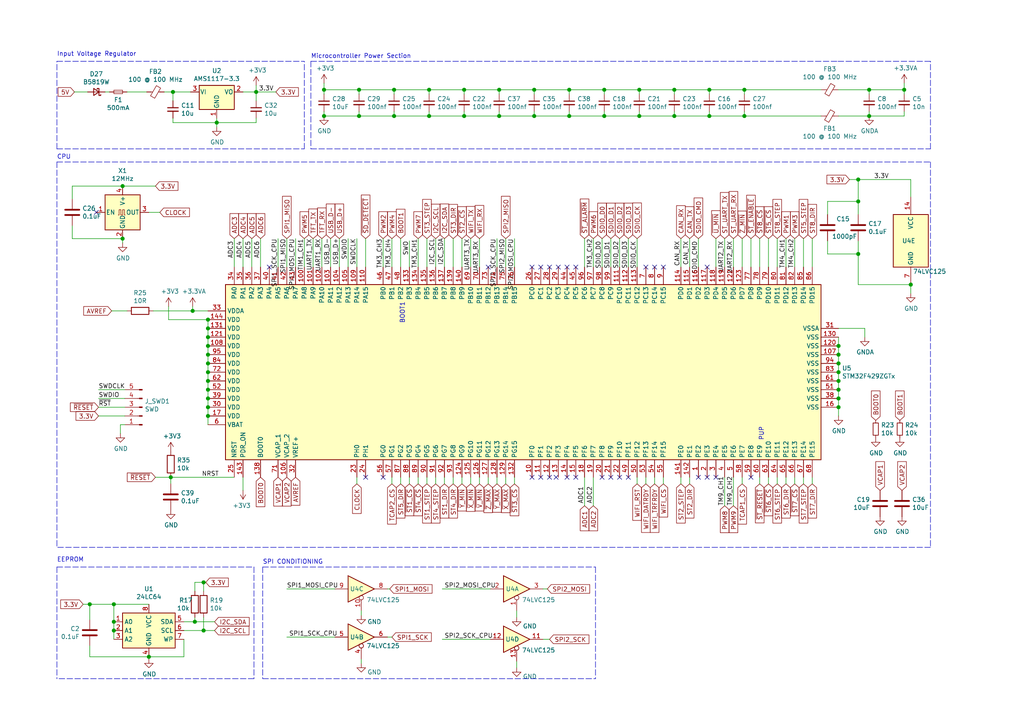
<source format=kicad_sch>
(kicad_sch (version 20210126) (generator eeschema)
  (paper "A4")
  (junction (at 26.035 175.26) (diameter 1.016))
  (junction (at 33.02 175.26) (diameter 1.016))
  (junction (at 33.02 180.34) (diameter 1.016))
  (junction (at 33.02 182.88) (diameter 1.016))
  (junction (at 35.56 53.975) (diameter 1.016))
  (junction (at 35.56 69.215) (diameter 1.016))
  (junction (at 43.18 190.5) (diameter 1.016))
  (junction (at 49.53 138.43) (diameter 1.016))
  (junction (at 50.165 26.67) (diameter 1.016))
  (junction (at 55.88 90.17) (diameter 1.016))
  (junction (at 56.515 180.34) (diameter 1.016))
  (junction (at 59.055 168.91) (diameter 1.016))
  (junction (at 59.055 182.88) (diameter 1.016))
  (junction (at 60.325 92.71) (diameter 1.016))
  (junction (at 60.325 95.25) (diameter 1.016))
  (junction (at 60.325 97.79) (diameter 1.016))
  (junction (at 60.325 100.33) (diameter 1.016))
  (junction (at 60.325 102.87) (diameter 1.016))
  (junction (at 60.325 105.41) (diameter 1.016))
  (junction (at 60.325 107.95) (diameter 1.016))
  (junction (at 60.325 110.49) (diameter 1.016))
  (junction (at 60.325 113.03) (diameter 1.016))
  (junction (at 60.325 115.57) (diameter 1.016))
  (junction (at 60.325 118.11) (diameter 1.016))
  (junction (at 60.325 120.65) (diameter 1.016))
  (junction (at 62.865 35.56) (diameter 1.016))
  (junction (at 74.295 26.67) (diameter 1.016))
  (junction (at 93.98 26.035) (diameter 1.016))
  (junction (at 93.98 33.655) (diameter 1.016))
  (junction (at 104.14 26.035) (diameter 1.016))
  (junction (at 104.14 33.655) (diameter 1.016))
  (junction (at 114.3 26.035) (diameter 1.016))
  (junction (at 114.3 33.655) (diameter 1.016))
  (junction (at 124.46 26.035) (diameter 1.016))
  (junction (at 124.46 33.655) (diameter 1.016))
  (junction (at 134.62 26.035) (diameter 1.016))
  (junction (at 134.62 33.655) (diameter 1.016))
  (junction (at 144.78 26.035) (diameter 1.016))
  (junction (at 144.78 33.655) (diameter 1.016))
  (junction (at 154.94 26.035) (diameter 1.016))
  (junction (at 154.94 33.655) (diameter 1.016))
  (junction (at 165.1 26.035) (diameter 1.016))
  (junction (at 165.1 33.655) (diameter 1.016))
  (junction (at 175.26 26.035) (diameter 1.016))
  (junction (at 175.26 33.655) (diameter 1.016))
  (junction (at 185.42 26.035) (diameter 1.016))
  (junction (at 185.42 33.655) (diameter 1.016))
  (junction (at 195.58 26.035) (diameter 1.016))
  (junction (at 195.58 33.655) (diameter 1.016))
  (junction (at 205.74 26.035) (diameter 1.016))
  (junction (at 205.74 33.655) (diameter 1.016))
  (junction (at 215.9 26.035) (diameter 1.016))
  (junction (at 215.9 33.655) (diameter 1.016))
  (junction (at 243.205 100.33) (diameter 1.016))
  (junction (at 243.205 102.87) (diameter 1.016))
  (junction (at 243.205 105.41) (diameter 1.016))
  (junction (at 243.205 107.95) (diameter 1.016))
  (junction (at 243.205 110.49) (diameter 1.016))
  (junction (at 243.205 113.03) (diameter 1.016))
  (junction (at 243.205 115.57) (diameter 1.016))
  (junction (at 243.205 118.11) (diameter 1.016))
  (junction (at 248.92 52.07) (diameter 1.016))
  (junction (at 248.92 58.42) (diameter 1.016))
  (junction (at 248.92 73.66) (diameter 1.016))
  (junction (at 252.095 26.035) (diameter 1.016))
  (junction (at 252.095 33.655) (diameter 1.016))
  (junction (at 262.255 26.035) (diameter 1.016))
  (junction (at 264.16 82.55) (diameter 1.016))
  (no_connect (at 27.94 61.595))
  (no_connect (at 78.105 77.47))
  (no_connect (at 106.045 138.43))
  (no_connect (at 111.125 138.43))
  (no_connect (at 141.605 77.47))
  (no_connect (at 154.305 77.47))
  (no_connect (at 154.305 138.43))
  (no_connect (at 156.845 77.47))
  (no_connect (at 156.845 138.43))
  (no_connect (at 159.385 77.47))
  (no_connect (at 159.385 138.43))
  (no_connect (at 161.29 138.43))
  (no_connect (at 161.925 77.47))
  (no_connect (at 164.465 77.47))
  (no_connect (at 164.465 138.43))
  (no_connect (at 167.005 77.47))
  (no_connect (at 167.005 138.43))
  (no_connect (at 174.625 138.43))
  (no_connect (at 177.165 138.43))
  (no_connect (at 179.705 138.43))
  (no_connect (at 182.245 138.43))
  (no_connect (at 187.325 77.47))
  (no_connect (at 189.865 77.47))
  (no_connect (at 192.405 77.47))
  (no_connect (at 202.565 138.43))
  (no_connect (at 205.105 77.47))
  (no_connect (at 205.105 138.43))
  (no_connect (at 207.645 138.43))
  (no_connect (at 217.805 138.43))
  (wire (pts (xy 20.955 53.975) (xy 35.56 53.975)))
  (wire (pts (xy 20.955 57.785) (xy 20.955 53.975)))
  (wire (pts (xy 20.955 65.405) (xy 20.955 69.215)))
  (wire (pts (xy 20.955 69.215) (xy 35.56 69.215)))
  (wire (pts (xy 21.59 26.67) (xy 25.4 26.67)))
  (wire (pts (xy 24.13 175.26) (xy 26.035 175.26)))
  (wire (pts (xy 26.035 175.26) (xy 33.02 175.26)))
  (wire (pts (xy 26.035 179.705) (xy 26.035 175.26)))
  (wire (pts (xy 26.035 187.325) (xy 26.035 190.5)))
  (wire (pts (xy 26.035 190.5) (xy 43.18 190.5)))
  (wire (pts (xy 30.48 26.67) (xy 31.75 26.67)))
  (wire (pts (xy 32.385 90.17) (xy 36.83 90.17)))
  (wire (pts (xy 33.02 175.26) (xy 43.18 175.26)))
  (wire (pts (xy 33.02 180.34) (xy 33.02 175.26)))
  (wire (pts (xy 33.02 180.34) (xy 33.02 182.88)))
  (wire (pts (xy 33.02 182.88) (xy 33.02 185.42)))
  (wire (pts (xy 34.925 123.19) (xy 34.925 125.73)))
  (wire (pts (xy 35.56 53.975) (xy 45.085 53.975)))
  (wire (pts (xy 35.56 69.215) (xy 35.56 70.485)))
  (wire (pts (xy 36.195 113.03) (xy 28.575 113.03)))
  (wire (pts (xy 36.195 115.57) (xy 28.575 115.57)))
  (wire (pts (xy 36.195 118.11) (xy 28.575 118.11)))
  (wire (pts (xy 36.195 120.65) (xy 28.575 120.65)))
  (wire (pts (xy 36.195 123.19) (xy 34.925 123.19)))
  (wire (pts (xy 36.83 26.67) (xy 42.545 26.67)))
  (wire (pts (xy 43.18 61.595) (xy 46.355 61.595)))
  (wire (pts (xy 43.18 191.135) (xy 43.18 190.5)))
  (wire (pts (xy 44.45 90.17) (xy 55.88 90.17)))
  (wire (pts (xy 45.085 138.43) (xy 49.53 138.43)))
  (wire (pts (xy 47.625 26.67) (xy 50.165 26.67)))
  (wire (pts (xy 48.895 88.9) (xy 48.895 92.71)))
  (wire (pts (xy 48.895 92.71) (xy 60.325 92.71)))
  (wire (pts (xy 49.53 138.43) (xy 49.53 140.335)))
  (wire (pts (xy 49.53 138.43) (xy 67.945 138.43)))
  (wire (pts (xy 50.165 26.67) (xy 55.245 26.67)))
  (wire (pts (xy 50.165 29.21) (xy 50.165 26.67)))
  (wire (pts (xy 50.165 34.29) (xy 50.165 35.56)))
  (wire (pts (xy 50.165 35.56) (xy 62.865 35.56)))
  (wire (pts (xy 53.34 180.34) (xy 56.515 180.34)))
  (wire (pts (xy 53.34 182.88) (xy 59.055 182.88)))
  (wire (pts (xy 53.34 185.42) (xy 53.34 190.5)))
  (wire (pts (xy 53.34 190.5) (xy 43.18 190.5)))
  (wire (pts (xy 55.88 88.9) (xy 55.88 90.17)))
  (wire (pts (xy 55.88 90.17) (xy 60.325 90.17)))
  (wire (pts (xy 56.515 168.91) (xy 59.055 168.91)))
  (wire (pts (xy 56.515 171.45) (xy 56.515 168.91)))
  (wire (pts (xy 56.515 179.07) (xy 56.515 180.34)))
  (wire (pts (xy 56.515 180.34) (xy 62.23 180.34)))
  (wire (pts (xy 59.055 168.91) (xy 59.055 171.45)))
  (wire (pts (xy 59.055 168.91) (xy 59.69 168.91)))
  (wire (pts (xy 59.055 179.07) (xy 59.055 182.88)))
  (wire (pts (xy 59.055 182.88) (xy 62.23 182.88)))
  (wire (pts (xy 60.325 92.71) (xy 60.325 95.25)))
  (wire (pts (xy 60.325 95.25) (xy 60.325 97.79)))
  (wire (pts (xy 60.325 97.79) (xy 60.325 100.33)))
  (wire (pts (xy 60.325 100.33) (xy 60.325 102.87)))
  (wire (pts (xy 60.325 102.87) (xy 60.325 105.41)))
  (wire (pts (xy 60.325 105.41) (xy 60.325 107.95)))
  (wire (pts (xy 60.325 107.95) (xy 60.325 110.49)))
  (wire (pts (xy 60.325 110.49) (xy 60.325 113.03)))
  (wire (pts (xy 60.325 113.03) (xy 60.325 115.57)))
  (wire (pts (xy 60.325 115.57) (xy 60.325 118.11)))
  (wire (pts (xy 60.325 118.11) (xy 60.325 120.65)))
  (wire (pts (xy 60.325 120.65) (xy 60.325 123.19)))
  (wire (pts (xy 62.865 35.56) (xy 62.865 34.29)))
  (wire (pts (xy 62.865 36.83) (xy 62.865 35.56)))
  (wire (pts (xy 67.945 69.215) (xy 67.945 77.47)))
  (wire (pts (xy 70.485 69.215) (xy 70.485 77.47)))
  (wire (pts (xy 70.485 142.24) (xy 70.485 138.43)))
  (wire (pts (xy 73.025 69.215) (xy 73.025 77.47)))
  (wire (pts (xy 74.295 24.765) (xy 74.295 26.67)))
  (wire (pts (xy 74.295 26.67) (xy 70.485 26.67)))
  (wire (pts (xy 74.295 26.67) (xy 80.01 26.67)))
  (wire (pts (xy 74.295 29.21) (xy 74.295 26.67)))
  (wire (pts (xy 74.295 34.29) (xy 74.295 35.56)))
  (wire (pts (xy 74.295 35.56) (xy 62.865 35.56)))
  (wire (pts (xy 75.565 69.215) (xy 75.565 77.47)))
  (wire (pts (xy 80.645 69.215) (xy 80.645 77.47)))
  (wire (pts (xy 83.185 69.215) (xy 83.185 77.47)))
  (wire (pts (xy 85.725 69.215) (xy 85.725 77.47)))
  (wire (pts (xy 88.265 69.215) (xy 88.265 77.47)))
  (wire (pts (xy 90.805 69.215) (xy 90.805 77.47)))
  (wire (pts (xy 93.345 69.215) (xy 93.345 77.47)))
  (wire (pts (xy 93.98 24.13) (xy 93.98 26.035)))
  (wire (pts (xy 93.98 26.035) (xy 93.98 27.305)))
  (wire (pts (xy 93.98 26.035) (xy 104.14 26.035)))
  (wire (pts (xy 93.98 32.385) (xy 93.98 33.655)))
  (wire (pts (xy 93.98 33.655) (xy 104.14 33.655)))
  (wire (pts (xy 95.885 69.215) (xy 95.885 77.47)))
  (wire (pts (xy 97.155 170.815) (xy 83.185 170.815)))
  (wire (pts (xy 97.155 184.785) (xy 83.185 184.785)))
  (wire (pts (xy 98.425 69.215) (xy 98.425 77.47)))
  (wire (pts (xy 100.965 69.215) (xy 100.965 77.47)))
  (wire (pts (xy 103.505 69.215) (xy 103.505 77.47)))
  (wire (pts (xy 103.505 138.43) (xy 103.505 140.335)))
  (wire (pts (xy 104.14 27.305) (xy 104.14 26.035)))
  (wire (pts (xy 104.14 32.385) (xy 104.14 33.655)))
  (wire (pts (xy 104.14 33.655) (xy 114.3 33.655)))
  (wire (pts (xy 104.775 178.435) (xy 104.775 177.165)))
  (wire (pts (xy 104.775 191.135) (xy 104.775 192.405)))
  (wire (pts (xy 106.045 69.215) (xy 106.045 77.47)))
  (wire (pts (xy 111.125 69.215) (xy 111.125 77.47)))
  (wire (pts (xy 113.03 170.815) (xy 112.395 170.815)))
  (wire (pts (xy 113.665 69.215) (xy 113.665 77.47)))
  (wire (pts (xy 113.665 138.43) (xy 113.665 140.335)))
  (wire (pts (xy 113.665 184.785) (xy 112.395 184.785)))
  (wire (pts (xy 114.3 26.035) (xy 104.14 26.035)))
  (wire (pts (xy 114.3 27.305) (xy 114.3 26.035)))
  (wire (pts (xy 114.3 32.385) (xy 114.3 33.655)))
  (wire (pts (xy 114.3 33.655) (xy 124.46 33.655)))
  (wire (pts (xy 116.205 69.215) (xy 116.205 77.47)))
  (wire (pts (xy 116.205 138.43) (xy 116.205 140.335)))
  (wire (pts (xy 118.745 69.85) (xy 118.745 77.47)))
  (wire (pts (xy 118.745 138.43) (xy 118.745 140.335)))
  (wire (pts (xy 121.285 69.215) (xy 121.285 77.47)))
  (wire (pts (xy 121.285 138.43) (xy 121.285 140.335)))
  (wire (pts (xy 123.825 69.215) (xy 123.825 77.47)))
  (wire (pts (xy 123.825 138.43) (xy 123.825 140.335)))
  (wire (pts (xy 124.46 26.035) (xy 114.3 26.035)))
  (wire (pts (xy 124.46 27.305) (xy 124.46 26.035)))
  (wire (pts (xy 124.46 32.385) (xy 124.46 33.655)))
  (wire (pts (xy 124.46 33.655) (xy 134.62 33.655)))
  (wire (pts (xy 126.365 69.215) (xy 126.365 77.47)))
  (wire (pts (xy 126.365 138.43) (xy 126.365 140.335)))
  (wire (pts (xy 128.27 185.42) (xy 142.24 185.42)))
  (wire (pts (xy 128.905 69.215) (xy 128.905 77.47)))
  (wire (pts (xy 128.905 138.43) (xy 128.905 140.335)))
  (wire (pts (xy 131.445 69.215) (xy 131.445 77.47)))
  (wire (pts (xy 131.445 138.43) (xy 131.445 140.335)))
  (wire (pts (xy 133.985 69.215) (xy 133.985 77.47)))
  (wire (pts (xy 133.985 138.43) (xy 133.985 140.335)))
  (wire (pts (xy 134.62 26.035) (xy 124.46 26.035)))
  (wire (pts (xy 134.62 27.305) (xy 134.62 26.035)))
  (wire (pts (xy 134.62 32.385) (xy 134.62 33.655)))
  (wire (pts (xy 134.62 33.655) (xy 144.78 33.655)))
  (wire (pts (xy 136.525 69.215) (xy 136.525 77.47)))
  (wire (pts (xy 136.525 138.43) (xy 136.525 140.335)))
  (wire (pts (xy 139.065 69.215) (xy 139.065 77.47)))
  (wire (pts (xy 139.065 138.43) (xy 139.065 140.335)))
  (wire (pts (xy 141.605 138.43) (xy 141.605 140.335)))
  (wire (pts (xy 142.24 170.815) (xy 128.27 170.815)))
  (wire (pts (xy 144.145 69.215) (xy 144.145 77.47)))
  (wire (pts (xy 144.145 138.43) (xy 144.145 140.335)))
  (wire (pts (xy 144.78 26.035) (xy 134.62 26.035)))
  (wire (pts (xy 144.78 27.305) (xy 144.78 26.035)))
  (wire (pts (xy 144.78 32.385) (xy 144.78 33.655)))
  (wire (pts (xy 144.78 33.655) (xy 154.94 33.655)))
  (wire (pts (xy 146.685 69.215) (xy 146.685 77.47)))
  (wire (pts (xy 146.685 138.43) (xy 146.685 140.335)))
  (wire (pts (xy 149.225 69.215) (xy 149.225 77.47)))
  (wire (pts (xy 149.225 138.43) (xy 149.225 140.335)))
  (wire (pts (xy 149.86 179.07) (xy 149.86 177.165)))
  (wire (pts (xy 149.86 193.675) (xy 149.86 191.77)))
  (wire (pts (xy 154.94 26.035) (xy 144.78 26.035)))
  (wire (pts (xy 154.94 27.305) (xy 154.94 26.035)))
  (wire (pts (xy 154.94 32.385) (xy 154.94 33.655)))
  (wire (pts (xy 154.94 33.655) (xy 165.1 33.655)))
  (wire (pts (xy 157.48 185.42) (xy 159.385 185.42)))
  (wire (pts (xy 158.75 170.815) (xy 157.48 170.815)))
  (wire (pts (xy 165.1 26.035) (xy 154.94 26.035)))
  (wire (pts (xy 165.1 27.305) (xy 165.1 26.035)))
  (wire (pts (xy 165.1 32.385) (xy 165.1 33.655)))
  (wire (pts (xy 165.1 33.655) (xy 175.26 33.655)))
  (wire (pts (xy 169.545 69.215) (xy 169.545 77.47)))
  (wire (pts (xy 169.545 138.43) (xy 169.545 146.685)))
  (wire (pts (xy 172.085 69.215) (xy 172.085 77.47)))
  (wire (pts (xy 172.085 138.43) (xy 172.085 146.685)))
  (wire (pts (xy 174.625 69.215) (xy 174.625 77.47)))
  (wire (pts (xy 175.26 26.035) (xy 165.1 26.035)))
  (wire (pts (xy 175.26 27.305) (xy 175.26 26.035)))
  (wire (pts (xy 175.26 32.385) (xy 175.26 33.655)))
  (wire (pts (xy 175.26 33.655) (xy 185.42 33.655)))
  (wire (pts (xy 177.165 69.215) (xy 177.165 77.47)))
  (wire (pts (xy 179.705 69.215) (xy 179.705 77.47)))
  (wire (pts (xy 182.245 69.215) (xy 182.245 77.47)))
  (wire (pts (xy 184.785 69.215) (xy 184.785 77.47)))
  (wire (pts (xy 184.785 138.43) (xy 184.785 140.335)))
  (wire (pts (xy 185.42 26.035) (xy 175.26 26.035)))
  (wire (pts (xy 185.42 27.305) (xy 185.42 26.035)))
  (wire (pts (xy 185.42 33.655) (xy 185.42 32.385)))
  (wire (pts (xy 185.42 33.655) (xy 195.58 33.655)))
  (wire (pts (xy 187.325 138.43) (xy 187.325 140.335)))
  (wire (pts (xy 189.865 138.43) (xy 189.865 140.335)))
  (wire (pts (xy 192.405 138.43) (xy 192.405 140.335)))
  (wire (pts (xy 195.58 26.035) (xy 185.42 26.035)))
  (wire (pts (xy 195.58 27.305) (xy 195.58 26.035)))
  (wire (pts (xy 195.58 33.655) (xy 195.58 32.385)))
  (wire (pts (xy 195.58 33.655) (xy 205.74 33.655)))
  (wire (pts (xy 197.485 69.215) (xy 197.485 77.47)))
  (wire (pts (xy 197.485 138.43) (xy 197.485 140.335)))
  (wire (pts (xy 200.025 69.215) (xy 200.025 77.47)))
  (wire (pts (xy 200.025 138.43) (xy 200.025 140.335)))
  (wire (pts (xy 202.565 69.215) (xy 202.565 77.47)))
  (wire (pts (xy 205.74 26.035) (xy 195.58 26.035)))
  (wire (pts (xy 205.74 27.305) (xy 205.74 26.035)))
  (wire (pts (xy 205.74 33.655) (xy 205.74 32.385)))
  (wire (pts (xy 205.74 33.655) (xy 215.9 33.655)))
  (wire (pts (xy 207.645 69.215) (xy 207.645 77.47)))
  (wire (pts (xy 210.185 69.215) (xy 210.185 77.47)))
  (wire (pts (xy 210.185 138.43) (xy 210.185 146.685)))
  (wire (pts (xy 212.725 69.215) (xy 212.725 77.47)))
  (wire (pts (xy 212.725 138.43) (xy 212.725 146.685)))
  (wire (pts (xy 215.265 69.215) (xy 215.265 77.47)))
  (wire (pts (xy 215.265 138.43) (xy 215.265 140.335)))
  (wire (pts (xy 215.9 26.035) (xy 205.74 26.035)))
  (wire (pts (xy 215.9 26.035) (xy 238.125 26.035)))
  (wire (pts (xy 215.9 27.305) (xy 215.9 26.035)))
  (wire (pts (xy 215.9 33.655) (xy 215.9 32.385)))
  (wire (pts (xy 215.9 33.655) (xy 238.125 33.655)))
  (wire (pts (xy 217.805 69.215) (xy 217.805 77.47)))
  (wire (pts (xy 220.345 69.215) (xy 220.345 77.47)))
  (wire (pts (xy 220.345 138.43) (xy 220.345 140.335)))
  (wire (pts (xy 222.885 69.215) (xy 222.885 77.47)))
  (wire (pts (xy 222.885 138.43) (xy 222.885 140.335)))
  (wire (pts (xy 225.425 69.215) (xy 225.425 77.47)))
  (wire (pts (xy 225.425 138.43) (xy 225.425 140.335)))
  (wire (pts (xy 227.965 69.215) (xy 227.965 77.47)))
  (wire (pts (xy 227.965 138.43) (xy 227.965 140.335)))
  (wire (pts (xy 230.505 69.215) (xy 230.505 77.47)))
  (wire (pts (xy 230.505 138.43) (xy 230.505 140.335)))
  (wire (pts (xy 233.045 69.215) (xy 233.045 77.47)))
  (wire (pts (xy 233.045 138.43) (xy 233.045 140.335)))
  (wire (pts (xy 235.585 69.215) (xy 235.585 77.47)))
  (wire (pts (xy 235.585 138.43) (xy 235.585 140.335)))
  (wire (pts (xy 240.03 58.42) (xy 248.92 58.42)))
  (wire (pts (xy 240.03 62.23) (xy 240.03 58.42)))
  (wire (pts (xy 240.03 69.85) (xy 240.03 73.66)))
  (wire (pts (xy 240.03 73.66) (xy 248.92 73.66)))
  (wire (pts (xy 243.205 26.035) (xy 252.095 26.035)))
  (wire (pts (xy 243.205 33.655) (xy 252.095 33.655)))
  (wire (pts (xy 243.205 95.25) (xy 250.825 95.25)))
  (wire (pts (xy 243.205 97.79) (xy 243.205 100.33)))
  (wire (pts (xy 243.205 100.33) (xy 243.205 102.87)))
  (wire (pts (xy 243.205 102.87) (xy 243.205 105.41)))
  (wire (pts (xy 243.205 105.41) (xy 243.205 107.95)))
  (wire (pts (xy 243.205 107.95) (xy 243.205 110.49)))
  (wire (pts (xy 243.205 110.49) (xy 243.205 113.03)))
  (wire (pts (xy 243.205 113.03) (xy 243.205 115.57)))
  (wire (pts (xy 243.205 115.57) (xy 243.205 118.11)))
  (wire (pts (xy 243.205 118.11) (xy 243.205 120.65)))
  (wire (pts (xy 246.38 52.07) (xy 248.92 52.07)))
  (wire (pts (xy 248.92 52.07) (xy 264.16 52.07)))
  (wire (pts (xy 248.92 58.42) (xy 248.92 52.07)))
  (wire (pts (xy 248.92 62.23) (xy 248.92 58.42)))
  (wire (pts (xy 248.92 69.85) (xy 248.92 73.66)))
  (wire (pts (xy 248.92 73.66) (xy 248.92 82.55)))
  (wire (pts (xy 248.92 82.55) (xy 264.16 82.55)))
  (wire (pts (xy 250.825 95.25) (xy 250.825 97.79)))
  (wire (pts (xy 252.095 27.305) (xy 252.095 26.035)))
  (wire (pts (xy 252.095 32.385) (xy 252.095 33.655)))
  (wire (pts (xy 252.095 33.655) (xy 262.255 33.655)))
  (wire (pts (xy 262.255 24.13) (xy 262.255 26.035)))
  (wire (pts (xy 262.255 26.035) (xy 252.095 26.035)))
  (wire (pts (xy 262.255 27.305) (xy 262.255 26.035)))
  (wire (pts (xy 262.255 32.385) (xy 262.255 33.655)))
  (wire (pts (xy 264.16 57.15) (xy 264.16 52.07)))
  (wire (pts (xy 264.16 85.09) (xy 264.16 82.55)))
  (polyline (pts (xy 16.51 17.78) (xy 88.265 17.78)) (stroke (width 0) (type dash)))
  (polyline (pts (xy 16.51 43.18) (xy 16.51 17.78)) (stroke (width 0) (type dash)))
  (polyline (pts (xy 16.51 43.18) (xy 88.265 43.18)) (stroke (width 0) (type dash)))
  (polyline (pts (xy 16.51 46.99) (xy 16.51 158.75)) (stroke (width 0) (type dash)))
  (polyline (pts (xy 16.51 46.99) (xy 269.875 46.99)) (stroke (width 0) (type dash)))
  (polyline (pts (xy 16.51 164.465) (xy 16.51 196.85)) (stroke (width 0) (type dash)))
  (polyline (pts (xy 16.51 164.465) (xy 73.66 164.465)) (stroke (width 0) (type dash)))
  (polyline (pts (xy 73.66 164.465) (xy 73.66 196.85)) (stroke (width 0) (type dash)))
  (polyline (pts (xy 73.66 196.85) (xy 16.51 196.85)) (stroke (width 0) (type dash)))
  (polyline (pts (xy 76.2 164.465) (xy 76.2 196.85)) (stroke (width 0) (type dash)))
  (polyline (pts (xy 76.2 164.465) (xy 172.72 164.465)) (stroke (width 0) (type dash)))
  (polyline (pts (xy 76.2 196.85) (xy 172.72 196.85)) (stroke (width 0) (type dash)))
  (polyline (pts (xy 88.265 43.18) (xy 88.265 17.78)) (stroke (width 0) (type dash)))
  (polyline (pts (xy 90.17 17.78) (xy 90.17 43.18)) (stroke (width 0) (type dash)))
  (polyline (pts (xy 90.17 17.78) (xy 243.205 17.78)) (stroke (width 0) (type dash)))
  (polyline (pts (xy 90.17 43.18) (xy 269.875 43.18)) (stroke (width 0) (type dash)))
  (polyline (pts (xy 172.72 164.465) (xy 172.72 196.85)) (stroke (width 0) (type dash)))
  (polyline (pts (xy 269.875 17.78) (xy 242.57 17.78)) (stroke (width 0) (type dash)))
  (polyline (pts (xy 269.875 43.18) (xy 269.875 17.78)) (stroke (width 0) (type dash)))
  (polyline (pts (xy 269.875 46.99) (xy 269.875 158.75)) (stroke (width 0) (type dash)))
  (polyline (pts (xy 269.875 158.75) (xy 16.51 158.75)) (stroke (width 0) (type dash)))
  (text "Input Voltage Regulator" (at 16.51 16.51 0) (effects (font (size 1.27 1.27)) (justify left bottom)))
  (text "CPU" (at 16.51 46.355 0) (effects (font (size 1.27 1.27)) (justify left bottom)))
  (text "EEPROM" (at 16.51 163.195 0) (effects (font (size 1.27 1.27)) (justify left bottom)))
  (text "SPI CONDITIONING" (at 76.2 163.83 0) (effects (font (size 1.27 1.27)) (justify left bottom)))
  (text "Microcontroller Power Section" (at 90.17 17.145 0) (effects (font (size 1.27 1.27)) (justify left bottom)))
  (text "BOOT1" (at 117.475 87.63 270) (effects (font (size 1.27 1.27)) (justify right bottom)))
  (text "PUP" (at 221.615 123.825 270) (effects (font (size 1.27 1.27)) (justify right bottom)))
  (label "SWDCLK" (at 28.575 113.03 0))
  (label "SWDIO" (at 28.575 115.57 0))
  (label "~RST" (at 28.575 118.11 0))
  (label "NRST" (at 63.5 138.43 180))
  (label "ADC3" (at 67.945 69.85 270))
  (label "ADC4" (at 70.485 69.85 270))
  (label "ADC5" (at 73.025 69.85 270))
  (label "ADC6" (at 75.565 69.85 270))
  (label "3.3V" (at 79.375 26.67 180))
  (label "SPI1_SCK_CPU" (at 80.645 69.215 270))
  (label "SPI1_MISO" (at 83.185 69.215 270))
  (label "SPI1_MOSI_CPU" (at 83.185 170.815 0))
  (label "SPI1_SCK_CPU" (at 83.82 184.785 0))
  (label "SPI1_MOSI_CPU" (at 85.725 69.215 270))
  (label "TIM1_CH1" (at 88.265 69.215 270))
  (label "UART1_TX" (at 90.805 69.215 270))
  (label "UART1_RX" (at 93.345 69.215 270))
  (label "USB_D-" (at 95.885 76.835 90))
  (label "USB_D+" (at 98.425 76.835 90))
  (label "SWDIO" (at 100.965 69.215 270))
  (label "SWDCLK" (at 103.505 76.835 90))
  (label "TM3_CH3" (at 111.125 69.215 270))
  (label "TM3_CH4" (at 113.665 69.215 270))
  (label "SWO" (at 118.745 69.85 270))
  (label "TM3_CH1" (at 121.285 69.215 270))
  (label "I2C_SCL" (at 126.365 76.835 90))
  (label "I2C_SDA" (at 128.905 76.835 90))
  (label "SPI2_MOSI_CPU" (at 128.905 170.815 0))
  (label "SPI2_SCK_CPU" (at 128.905 185.42 0))
  (label "UART3_TX" (at 136.525 69.215 270))
  (label "UART3_RX" (at 139.065 69.85 270))
  (label "SPI2_SCK_CPU" (at 144.145 69.215 270))
  (label "SPI2_MISO" (at 146.685 69.215 270))
  (label "SPI2_MOSI_CPU" (at 149.225 69.215 270))
  (label "ADC1" (at 169.545 146.05 90))
  (label "TM3_CH2" (at 172.085 69.215 270))
  (label "ADC2" (at 172.085 146.05 90))
  (label "SDIO_D0" (at 174.625 69.85 270))
  (label "SDIO_D1" (at 177.165 69.85 270))
  (label "SDIO_D2" (at 179.705 69.85 270))
  (label "SDIO_D3" (at 182.245 69.85 270))
  (label "SDIO_CK" (at 184.785 69.85 270))
  (label "CAN_RX" (at 197.485 69.85 270))
  (label "CAN_TX" (at 200.025 69.85 270))
  (label "SDIO_CMD" (at 202.565 69.85 270))
  (label "UART2_TX" (at 210.185 69.85 270))
  (label "TM9_CH1" (at 210.185 146.685 90))
  (label "UART2_RX" (at 212.725 69.85 270))
  (label "TM9_CH2" (at 212.725 146.685 90))
  (label "TM4_CH1" (at 227.965 69.215 270))
  (label "TM4_CH2" (at 230.505 69.215 270))
  (label "3.3V" (at 257.81 52.07 180))
  (global_label "5V" (shape input) (at 21.59 26.67 180) (property "Intersheet References" "${INTERSHEET_REFS}" (effects hide)))
  (global_label "3.3V" (shape input) (at 24.13 175.26 180) (property "Intersheet References" "${INTERSHEET_REFS}" (effects hide)))
  (global_label "~RESET" (shape input) (at 28.575 118.11 180) (property "Intersheet References" "${INTERSHEET_REFS}" (effects hide)))
  (global_label "3.3V" (shape input) (at 28.575 120.65 180) (property "Intersheet References" "${INTERSHEET_REFS}" (effects hide)))
  (global_label "AVREF" (shape input) (at 32.385 90.17 180) (property "Intersheet References" "${INTERSHEET_REFS}" (effects hide)))
  (global_label "3.3V" (shape input) (at 45.085 53.975 0) (property "Intersheet References" "${INTERSHEET_REFS}" (effects hide)))
  (global_label "~RESET" (shape input) (at 45.085 138.43 180) (property "Intersheet References" "${INTERSHEET_REFS}" (effects hide)))
  (global_label "CLOCK" (shape input) (at 46.355 61.595 0) (property "Intersheet References" "${INTERSHEET_REFS}" (effects hide)))
  (global_label "3.3V" (shape input) (at 59.69 168.91 0) (property "Intersheet References" "${INTERSHEET_REFS}" (effects hide)))
  (global_label "I2C_SDA" (shape input) (at 62.23 180.34 0) (property "Intersheet References" "${INTERSHEET_REFS}" (effects hide)))
  (global_label "I2C_SCL" (shape input) (at 62.23 182.88 0) (property "Intersheet References" "${INTERSHEET_REFS}" (effects hide)))
  (global_label "ADC3" (shape input) (at 67.945 69.215 90) (property "Intersheet References" "${INTERSHEET_REFS}" (effects hide)))
  (global_label "ADC4" (shape input) (at 70.485 69.215 90) (property "Intersheet References" "${INTERSHEET_REFS}" (effects hide)))
  (global_label "ADC5" (shape input) (at 73.025 69.215 90) (property "Intersheet References" "${INTERSHEET_REFS}" (effects hide)))
  (global_label "ADC6" (shape input) (at 75.565 69.215 90) (property "Intersheet References" "${INTERSHEET_REFS}" (effects hide)))
  (global_label "BOOT0" (shape input) (at 75.565 138.43 270) (property "Intersheet References" "${INTERSHEET_REFS}" (effects hide)))
  (global_label "3.3V" (shape input) (at 80.01 26.67 0) (property "Intersheet References" "${INTERSHEET_REFS}" (effects hide)))
  (global_label "VCAP1" (shape input) (at 80.645 138.43 270) (property "Intersheet References" "${INTERSHEET_REFS}" (effects hide)))
  (global_label "SPI1_MISO" (shape input) (at 83.185 69.215 90) (property "Intersheet References" "${INTERSHEET_REFS}" (effects hide)))
  (global_label "VCAP2" (shape input) (at 83.185 138.43 270) (property "Intersheet References" "${INTERSHEET_REFS}" (effects hide)))
  (global_label "AVREF" (shape input) (at 85.725 138.43 270) (property "Intersheet References" "${INTERSHEET_REFS}" (effects hide)))
  (global_label "PWM5" (shape input) (at 88.265 69.215 90) (property "Intersheet References" "${INTERSHEET_REFS}" (effects hide)))
  (global_label "TFT_TX" (shape input) (at 90.805 69.215 90) (property "Intersheet References" "${INTERSHEET_REFS}" (effects hide)))
  (global_label "TFT_RX" (shape input) (at 93.345 69.215 90) (property "Intersheet References" "${INTERSHEET_REFS}" (effects hide)))
  (global_label "USB_D-" (shape input) (at 95.885 69.215 90) (property "Intersheet References" "${INTERSHEET_REFS}" (effects hide)))
  (global_label "USB_D+" (shape input) (at 98.425 69.215 90) (property "Intersheet References" "${INTERSHEET_REFS}" (effects hide)))
  (global_label "CLOCK" (shape input) (at 103.505 140.335 270) (property "Intersheet References" "${INTERSHEET_REFS}" (effects hide)))
  (global_label "~SD_DETECT" (shape input) (at 106.045 69.215 90) (property "Intersheet References" "${INTERSHEET_REFS}" (effects hide)))
  (global_label "PWM2" (shape input) (at 111.125 69.215 90) (property "Intersheet References" "${INTERSHEET_REFS}" (effects hide)))
  (global_label "SPI1_MOSI" (shape input) (at 113.03 170.815 0) (property "Intersheet References" "${INTERSHEET_REFS}" (effects hide)))
  (global_label "PWM4" (shape input) (at 113.665 69.215 90) (property "Intersheet References" "${INTERSHEET_REFS}" (effects hide)))
  (global_label "TCAP2_CS" (shape input) (at 113.665 140.335 270) (property "Intersheet References" "${INTERSHEET_REFS}" (effects hide)))
  (global_label "SPI1_SCK" (shape input) (at 113.665 184.785 0) (property "Intersheet References" "${INTERSHEET_REFS}" (effects hide)))
  (global_label "BOOT1" (shape input) (at 116.205 69.215 90) (property "Intersheet References" "${INTERSHEET_REFS}" (effects hide)))
  (global_label "ST5_DIR" (shape input) (at 116.205 140.335 270) (property "Intersheet References" "${INTERSHEET_REFS}" (effects hide)))
  (global_label "~ST1_CS" (shape input) (at 118.745 140.335 270) (property "Intersheet References" "${INTERSHEET_REFS}" (effects hide)))
  (global_label "PWM7" (shape input) (at 121.285 69.215 90) (property "Intersheet References" "${INTERSHEET_REFS}" (effects hide)))
  (global_label "~ST4_CS" (shape input) (at 121.285 140.335 270) (property "Intersheet References" "${INTERSHEET_REFS}" (effects hide)))
  (global_label "ST3_STEP" (shape input) (at 123.825 69.215 90) (property "Intersheet References" "${INTERSHEET_REFS}" (effects hide)))
  (global_label "ST1_STEP" (shape input) (at 123.825 140.335 270) (property "Intersheet References" "${INTERSHEET_REFS}" (effects hide)))
  (global_label "I2C_SCL" (shape input) (at 126.365 69.215 90) (property "Intersheet References" "${INTERSHEET_REFS}" (effects hide)))
  (global_label "ST4_STEP" (shape input) (at 126.365 140.335 270) (property "Intersheet References" "${INTERSHEET_REFS}" (effects hide)))
  (global_label "I2C_SDA" (shape input) (at 128.905 69.215 90) (property "Intersheet References" "${INTERSHEET_REFS}" (effects hide)))
  (global_label "ST1_DIR" (shape input) (at 128.905 140.335 270) (property "Intersheet References" "${INTERSHEET_REFS}" (effects hide)))
  (global_label "ST3_DIR" (shape input) (at 131.445 69.215 90) (property "Intersheet References" "${INTERSHEET_REFS}" (effects hide)))
  (global_label "ST4_DIR" (shape input) (at 131.445 140.335 270) (property "Intersheet References" "${INTERSHEET_REFS}" (effects hide)))
  (global_label "~ST2_CS" (shape input) (at 133.985 69.215 90) (property "Intersheet References" "${INTERSHEET_REFS}" (effects hide)))
  (global_label "~Y_MIN" (shape input) (at 133.985 140.335 270) (property "Intersheet References" "${INTERSHEET_REFS}" (effects hide)))
  (global_label "WIFI_TX" (shape input) (at 136.525 69.215 90) (property "Intersheet References" "${INTERSHEET_REFS}" (effects hide)))
  (global_label "~X_MIN" (shape input) (at 136.525 140.335 270) (property "Intersheet References" "${INTERSHEET_REFS}" (effects hide)))
  (global_label "WIFI_RX" (shape input) (at 139.065 69.215 90) (property "Intersheet References" "${INTERSHEET_REFS}" (effects hide)))
  (global_label "~V_MIN" (shape input) (at 139.065 140.335 270) (property "Intersheet References" "${INTERSHEET_REFS}" (effects hide)))
  (global_label "~Z_MAX" (shape input) (at 141.605 140.335 270) (property "Intersheet References" "${INTERSHEET_REFS}" (effects hide)))
  (global_label "~Y_MAX" (shape input) (at 144.145 140.335 270) (property "Intersheet References" "${INTERSHEET_REFS}" (effects hide)))
  (global_label "SPI2_MISO" (shape input) (at 146.685 69.215 90) (property "Intersheet References" "${INTERSHEET_REFS}" (effects hide)))
  (global_label "~X_MAX" (shape input) (at 146.685 140.335 270) (property "Intersheet References" "${INTERSHEET_REFS}" (effects hide)))
  (global_label "~ST3_CS" (shape input) (at 149.225 140.335 270) (property "Intersheet References" "${INTERSHEET_REFS}" (effects hide)))
  (global_label "SPI2_MOSI" (shape input) (at 158.75 170.815 0) (property "Intersheet References" "${INTERSHEET_REFS}" (effects hide)))
  (global_label "SPI2_SCK" (shape input) (at 159.385 185.42 0) (property "Intersheet References" "${INTERSHEET_REFS}" (effects hide)))
  (global_label "~ST_ALARM" (shape input) (at 169.545 69.215 90) (property "Intersheet References" "${INTERSHEET_REFS}" (effects hide)))
  (global_label "ADC1" (shape input) (at 169.545 146.685 270) (property "Intersheet References" "${INTERSHEET_REFS}" (effects hide)))
  (global_label "PWM6" (shape input) (at 172.085 69.215 90) (property "Intersheet References" "${INTERSHEET_REFS}" (effects hide)))
  (global_label "ADC2" (shape input) (at 172.085 146.685 270) (property "Intersheet References" "${INTERSHEET_REFS}" (effects hide)))
  (global_label "SDIO_D0" (shape input) (at 174.625 69.215 90) (property "Intersheet References" "${INTERSHEET_REFS}" (effects hide)))
  (global_label "SDIO_D1" (shape input) (at 177.165 69.215 90) (property "Intersheet References" "${INTERSHEET_REFS}" (effects hide)))
  (global_label "SDIO_D2" (shape input) (at 179.705 69.215 90) (property "Intersheet References" "${INTERSHEET_REFS}" (effects hide)))
  (global_label "SDIO_D3" (shape input) (at 182.245 69.215 90) (property "Intersheet References" "${INTERSHEET_REFS}" (effects hide)))
  (global_label "SDIO_CK" (shape input) (at 184.785 69.215 90) (property "Intersheet References" "${INTERSHEET_REFS}" (effects hide)))
  (global_label "WIFI_RST" (shape input) (at 184.785 140.335 270) (property "Intersheet References" "${INTERSHEET_REFS}" (effects hide)))
  (global_label "WIFI_DATRDY" (shape input) (at 187.325 140.335 270) (property "Intersheet References" "${INTERSHEET_REFS}" (effects hide)))
  (global_label "WIFI_TRFRDY" (shape input) (at 189.865 140.335 270) (property "Intersheet References" "${INTERSHEET_REFS}" (effects hide)))
  (global_label "WIFI_CS" (shape input) (at 192.405 140.335 270) (property "Intersheet References" "${INTERSHEET_REFS}" (effects hide)))
  (global_label "CAN_RX" (shape input) (at 197.485 69.215 90) (property "Intersheet References" "${INTERSHEET_REFS}" (effects hide)))
  (global_label "ST2_STEP" (shape input) (at 197.485 140.335 270) (property "Intersheet References" "${INTERSHEET_REFS}" (effects hide)))
  (global_label "CAN_TX" (shape input) (at 200.025 69.215 90) (property "Intersheet References" "${INTERSHEET_REFS}" (effects hide)))
  (global_label "ST2_DIR" (shape input) (at 200.025 140.335 270) (property "Intersheet References" "${INTERSHEET_REFS}" (effects hide)))
  (global_label "SDIO_CMD" (shape input) (at 202.565 69.215 90) (property "Intersheet References" "${INTERSHEET_REFS}" (effects hide)))
  (global_label "~U_MIN" (shape input) (at 207.645 69.215 90) (property "Intersheet References" "${INTERSHEET_REFS}" (effects hide)))
  (global_label "ST_UART_TX" (shape input) (at 210.185 69.215 90) (property "Intersheet References" "${INTERSHEET_REFS}" (effects hide)))
  (global_label "PWM8" (shape input) (at 210.185 146.685 270) (property "Intersheet References" "${INTERSHEET_REFS}" (effects hide)))
  (global_label "ST_UART_RX" (shape input) (at 212.725 69.215 90) (property "Intersheet References" "${INTERSHEET_REFS}" (effects hide)))
  (global_label "PWM9" (shape input) (at 212.725 146.685 270) (property "Intersheet References" "${INTERSHEET_REFS}" (effects hide)))
  (global_label "~Z_MIN" (shape input) (at 215.265 69.215 90) (property "Intersheet References" "${INTERSHEET_REFS}" (effects hide)))
  (global_label "TCAP1_CS" (shape input) (at 215.265 140.335 270) (property "Intersheet References" "${INTERSHEET_REFS}" (effects hide)))
  (global_label "~ST_ENABLE" (shape input) (at 217.805 69.215 90) (property "Intersheet References" "${INTERSHEET_REFS}" (effects hide)))
  (global_label "~ST8_CS" (shape input) (at 220.345 69.215 90) (property "Intersheet References" "${INTERSHEET_REFS}" (effects hide)))
  (global_label "~ST_RESET" (shape input) (at 220.345 140.335 270) (property "Intersheet References" "${INTERSHEET_REFS}" (effects hide)))
  (global_label "~ST5_CS" (shape input) (at 222.885 69.215 90) (property "Intersheet References" "${INTERSHEET_REFS}" (effects hide)))
  (global_label "~ST6_CS" (shape input) (at 222.885 140.335 270) (property "Intersheet References" "${INTERSHEET_REFS}" (effects hide)))
  (global_label "ST8_STEP" (shape input) (at 225.425 69.215 90) (property "Intersheet References" "${INTERSHEET_REFS}" (effects hide)))
  (global_label "ST6_STEP" (shape input) (at 225.425 140.335 270) (property "Intersheet References" "${INTERSHEET_REFS}" (effects hide)))
  (global_label "PWM1" (shape input) (at 227.965 69.215 90) (property "Intersheet References" "${INTERSHEET_REFS}" (effects hide)))
  (global_label "ST6_DIR" (shape input) (at 227.965 140.335 270) (property "Intersheet References" "${INTERSHEET_REFS}" (effects hide)))
  (global_label "PWM3" (shape input) (at 230.505 69.215 90) (property "Intersheet References" "${INTERSHEET_REFS}" (effects hide)))
  (global_label "~ST7_CS" (shape input) (at 230.505 140.335 270) (property "Intersheet References" "${INTERSHEET_REFS}" (effects hide)))
  (global_label "ST5_STEP" (shape input) (at 233.045 69.215 90) (property "Intersheet References" "${INTERSHEET_REFS}" (effects hide)))
  (global_label "ST7_STEP" (shape input) (at 233.045 140.335 270) (property "Intersheet References" "${INTERSHEET_REFS}" (effects hide)))
  (global_label "ST8_DIR" (shape input) (at 235.585 69.215 90) (property "Intersheet References" "${INTERSHEET_REFS}" (effects hide)))
  (global_label "ST7_DIR" (shape input) (at 235.585 140.335 270) (property "Intersheet References" "${INTERSHEET_REFS}" (effects hide)))
  (global_label "3.3V" (shape input) (at 246.38 52.07 180) (property "Intersheet References" "${INTERSHEET_REFS}" (effects hide)))
  (global_label "BOOT0" (shape input) (at 254 121.92 90) (property "Intersheet References" "${INTERSHEET_REFS}" (effects hide)))
  (global_label "VCAP1" (shape input) (at 255.27 142.24 90) (property "Intersheet References" "${INTERSHEET_REFS}" (effects hide)))
  (global_label "BOOT1" (shape input) (at 260.985 121.92 90) (property "Intersheet References" "${INTERSHEET_REFS}" (effects hide)))
  (global_label "VCAP2" (shape input) (at 261.62 142.24 90) (property "Intersheet References" "${INTERSHEET_REFS}" (effects hide)))
  (symbol (lib_id "Device:Fuse_Small") (at 34.29 26.67 0) (unit 1)
    (property "Reference" "F1" (at 34.29 28.9624 0))
    (property "Value" "500mA" (at 34.29 31.2611 0))
    (property "Footprint" "PrntrBoardV2:R_0603_1608Metric" (effects hide))
    (property "LCSC Part#" "C261937" (effects hide))
    (property "Part #" "TLC-FSMD050" (effects hide))
  )
  (symbol (lib_id "power:+3V3") (at 48.895 88.9 0) (unit 1)
    (property "Reference" "#PWR0108" (effects hide))
    (property "Value" "+3V3" (at 49.276 84.5058 0))
  )
  (symbol (lib_id "power:+3V3") (at 49.53 130.81 0) (unit 1)
    (property "Reference" "#PWR0111" (effects hide))
    (property "Value" "+3V3" (at 49.8983 126.4856 0))
  )
  (symbol (lib_id "power:+3.3VA") (at 55.88 88.9 0) (unit 1)
    (property "Reference" "#PWR0107" (effects hide))
    (property "Value" "+3.3VA" (at 56.261 84.5058 0))
  )
  (symbol (lib_id "power:+3V3") (at 70.485 142.24 180) (unit 1)
    (property "Reference" "#PWR0117" (effects hide))
    (property "Value" "+3V3" (at 70.104 146.6342 0))
  )
  (symbol (lib_id "power:+3V3") (at 74.295 24.765 0) (unit 1)
    (property "Reference" "#PWR0102" (effects hide))
    (property "Value" "+3V3" (at 74.676 20.3708 0))
  )
  (symbol (lib_id "power:+3V3") (at 93.98 24.13 0) (unit 1)
    (property "Reference" "#PWR0106" (effects hide))
    (property "Value" "+3V3" (at 94.3483 19.8056 0))
  )
  (symbol (lib_id "power:+3.3VA") (at 262.255 24.13 0) (unit 1)
    (property "Reference" "#PWR0119" (effects hide))
    (property "Value" "+3.3VA" (at 262.636 19.7358 0))
  )
  (symbol (lib_id "power:GND") (at 34.925 125.73 0) (unit 1)
    (property "Reference" "#PWR09" (effects hide))
    (property "Value" "GND" (at 35.052 130.1242 0))
  )
  (symbol (lib_id "power:GND") (at 35.56 70.485 0) (unit 1)
    (property "Reference" "#PWR0103" (effects hide))
    (property "Value" "GND" (at 35.687 74.8792 0))
  )
  (symbol (lib_id "power:GND") (at 43.18 191.135 0) (unit 1)
    (property "Reference" "#PWR010" (effects hide))
    (property "Value" "GND" (at 43.307 195.5292 0))
  )
  (symbol (lib_id "power:GND") (at 49.53 147.955 0) (unit 1)
    (property "Reference" "#PWR0110" (effects hide))
    (property "Value" "GND" (at 49.6443 152.2794 0))
  )
  (symbol (lib_id "power:GND") (at 62.865 36.83 0) (unit 1)
    (property "Reference" "#PWR0104" (effects hide))
    (property "Value" "GND" (at 62.992 41.2242 0))
  )
  (symbol (lib_id "power:GND") (at 93.98 33.655 0) (unit 1)
    (property "Reference" "#PWR0105" (effects hide))
    (property "Value" "GND" (at 94.0943 37.9794 0))
  )
  (symbol (lib_id "power:GND") (at 104.775 178.435 0) (unit 1)
    (property "Reference" "#PWR07" (effects hide))
    (property "Value" "GND" (at 108.585 180.34 0))
  )
  (symbol (lib_id "power:GND") (at 104.775 192.405 0) (unit 1)
    (property "Reference" "#PWR08" (effects hide))
    (property "Value" "GND" (at 108.585 194.945 0))
  )
  (symbol (lib_id "power:GND") (at 149.86 179.07 0) (unit 1)
    (property "Reference" "#PWR04" (effects hide))
    (property "Value" "GND" (at 153.67 181.61 0))
  )
  (symbol (lib_id "power:GND") (at 149.86 193.675 0) (unit 1)
    (property "Reference" "#PWR0101" (effects hide))
    (property "Value" "GND" (at 153.67 196.215 0))
  )
  (symbol (lib_id "power:GND") (at 243.205 120.65 0) (unit 1)
    (property "Reference" "#PWR0120" (effects hide))
    (property "Value" "GND" (at 243.3193 124.9744 0))
  )
  (symbol (lib_id "power:GNDA") (at 250.825 97.79 0) (unit 1)
    (property "Reference" "#PWR0125" (effects hide))
    (property "Value" "GNDA" (at 250.9393 102.1144 0))
  )
  (symbol (lib_id "power:GNDA") (at 252.095 33.655 0) (unit 1)
    (property "Reference" "#PWR028" (effects hide))
    (property "Value" "GNDA" (at 252.2093 37.9794 0))
  )
  (symbol (lib_id "power:GND") (at 254 127 0) (unit 1)
    (property "Reference" "#PWR0112" (effects hide))
    (property "Value" "GND" (at 254.127 131.3942 0))
  )
  (symbol (lib_id "power:GND") (at 255.27 149.86 0) (unit 1)
    (property "Reference" "#PWR0114" (effects hide))
    (property "Value" "GND" (at 255.3843 154.1844 0))
  )
  (symbol (lib_id "power:GND") (at 260.985 127 0) (unit 1)
    (property "Reference" "#PWR021" (effects hide))
    (property "Value" "GND" (at 261.112 131.3942 0))
  )
  (symbol (lib_id "power:GND") (at 261.62 149.86 0) (unit 1)
    (property "Reference" "#PWR0115" (effects hide))
    (property "Value" "GND" (at 261.7343 154.1844 0))
  )
  (symbol (lib_id "power:GND") (at 264.16 85.09 0) (unit 1)
    (property "Reference" "#PWR011" (effects hide))
    (property "Value" "GND" (at 264.287 89.4842 0))
  )
  (symbol (lib_id "Device:R_Small") (at 254 124.46 0) (unit 1)
    (property "Reference" "R23" (at 255.4986 123.2916 0) (effects (justify left)))
    (property "Value" "10k" (at 255.4986 125.603 0) (effects (justify left)))
    (property "Footprint" "Resistor_SMD:R_0402_1005Metric" (effects hide))
    (property "LCSC Part#" "C25744" (effects hide))
    (property "Part #" "0402WGF1002TCE" (effects hide))
  )
  (symbol (lib_id "Device:R_Small") (at 260.985 124.46 0) (unit 1)
    (property "Reference" "R24" (at 262.4836 123.2916 0) (effects (justify left)))
    (property "Value" "10k" (at 262.4836 125.603 0) (effects (justify left)))
    (property "Footprint" "Resistor_SMD:R_0402_1005Metric" (effects hide))
    (property "LCSC Part#" "C25744" (effects hide))
    (property "Part #" "0402WGF1002TCE" (effects hide))
  )
  (symbol (lib_id "Device:D_Schottky_Small") (at 27.94 26.67 180) (unit 1)
    (property "Reference" "D27" (at 27.94 21.463 0))
    (property "Value" "B5819W" (at 27.94 23.7744 0))
    (property "Footprint" "Diode_SMD:D_SOD-123" (effects hide))
    (property "LCSC Part#" "C8598" (effects hide))
    (property "Part #" "B5819W" (effects hide))
  )
  (symbol (lib_id "Device:R") (at 40.64 90.17 90) (unit 1)
    (property "Reference" "R25" (at 40.64 84.9438 90))
    (property "Value" "10R" (at 40.64 87.2425 90))
    (property "Footprint" "Resistor_SMD:R_0402_1005Metric" (effects hide))
    (property "Part #" "0402WGF100JTCE" (effects hide))
    (property "LCSC Part#" "C25077" (effects hide))
  )
  (symbol (lib_id "Device:R") (at 49.53 134.62 0) (unit 1)
    (property "Reference" "R35" (at 51.3081 133.4706 0) (effects (justify left)))
    (property "Value" "10k" (at 51.3081 135.7693 0) (effects (justify left)))
    (property "Footprint" "Resistor_SMD:R_0402_1005Metric" (effects hide))
    (property "Part #" "0402WGF1002TCE" (effects hide))
    (property "LCSC Part#" "C25744" (effects hide))
  )
  (symbol (lib_id "Device:R") (at 56.515 175.26 180) (unit 1)
    (property "Reference" "R17" (at 51.9431 174.1106 0) (effects (justify right)))
    (property "Value" "10k" (at 51.3081 176.4093 0) (effects (justify right)))
    (property "Footprint" "Resistor_SMD:R_0402_1005Metric" (effects hide))
    (property "Part #" "0402WGF1002TCE" (effects hide))
    (property "LCSC Part#" "C25744" (effects hide))
  )
  (symbol (lib_id "Device:R") (at 59.055 175.26 0) (unit 1)
    (property "Reference" "R19" (at 60.8331 174.1106 0) (effects (justify left)))
    (property "Value" "10k" (at 60.8331 176.4093 0) (effects (justify left)))
    (property "Footprint" "Resistor_SMD:R_0402_1005Metric" (effects hide))
    (property "Part #" "0402WGF1002TCE" (effects hide))
    (property "LCSC Part#" "C25744" (effects hide))
  )
  (symbol (lib_id "Device:C_Small") (at 50.165 31.75 0) (unit 1)
    (property "Reference" "C11" (at 52.5018 30.5816 0) (effects (justify left)))
    (property "Value" "10u" (at 52.5018 32.893 0) (effects (justify left)))
    (property "Footprint" "PrntrBoardV2:C_0603_1608Metric" (effects hide))
    (property "LCSC Part#" "C19702" (effects hide))
    (property "Part #" "CL10A106KP8NNNC" (effects hide))
  )
  (symbol (lib_id "Device:C_Small") (at 74.295 31.75 0) (unit 1)
    (property "Reference" "C32" (at 76.6318 30.5816 0) (effects (justify left)))
    (property "Value" "10u" (at 76.6318 32.893 0) (effects (justify left)))
    (property "Footprint" "PrntrBoardV2:C_0603_1608Metric" (effects hide))
    (property "LCSC Part#" "C19702" (effects hide))
    (property "Part #" "CL10A106KP8NNNC" (effects hide))
  )
  (symbol (lib_id "Device:C_Small") (at 93.98 29.845 0) (unit 1)
    (property "Reference" "C28" (at 96.3168 28.6766 0) (effects (justify left)))
    (property "Value" "10uF" (at 96.3168 30.988 0) (effects (justify left)))
    (property "Footprint" "PrntrBoardV2:C_0402_1005Metric" (effects hide))
    (property "LCSC Part#" "C15525" (effects hide))
    (property "Part #" "CL05A106MQ5NUNC" (effects hide))
  )
  (symbol (lib_id "Device:C_Small") (at 104.14 29.845 0) (unit 1)
    (property "Reference" "C29" (at 106.4768 28.6766 0) (effects (justify left)))
    (property "Value" "100nf" (at 106.4768 30.988 0) (effects (justify left)))
    (property "Footprint" "Capacitor_SMD:C_0402_1005Metric" (effects hide))
    (property "LCSC Part#" "C1525" (effects hide))
    (property "Part #" "CL05B104KO5NNNC" (effects hide))
  )
  (symbol (lib_id "Device:C_Small") (at 114.3 29.845 0) (unit 1)
    (property "Reference" "C25" (at 116.6368 28.6766 0) (effects (justify left)))
    (property "Value" "100nf" (at 116.6368 30.988 0) (effects (justify left)))
    (property "Footprint" "Capacitor_SMD:C_0402_1005Metric" (effects hide))
    (property "LCSC Part#" "C1525" (effects hide))
    (property "Part #" "CL05B104KO5NNNC" (effects hide))
  )
  (symbol (lib_id "Device:C_Small") (at 124.46 29.845 0) (unit 1)
    (property "Reference" "C24" (at 126.7968 28.6766 0) (effects (justify left)))
    (property "Value" "100nf" (at 126.7968 30.988 0) (effects (justify left)))
    (property "Footprint" "Capacitor_SMD:C_0402_1005Metric" (effects hide))
    (property "LCSC Part#" "C1525" (effects hide))
    (property "Part #" "CL05B104KO5NNNC" (effects hide))
  )
  (symbol (lib_id "Device:C_Small") (at 134.62 29.845 0) (unit 1)
    (property "Reference" "C22" (at 136.9568 28.6766 0) (effects (justify left)))
    (property "Value" "100nf" (at 136.9568 30.988 0) (effects (justify left)))
    (property "Footprint" "Capacitor_SMD:C_0402_1005Metric" (effects hide))
    (property "LCSC Part#" "C1525" (effects hide))
    (property "Part #" "CL05B104KO5NNNC" (effects hide))
  )
  (symbol (lib_id "Device:C_Small") (at 144.78 29.845 0) (unit 1)
    (property "Reference" "C37" (at 147.1168 28.6766 0) (effects (justify left)))
    (property "Value" "100nf" (at 147.1168 30.988 0) (effects (justify left)))
    (property "Footprint" "Capacitor_SMD:C_0402_1005Metric" (effects hide))
    (property "LCSC Part#" "C1525" (effects hide))
    (property "Part #" "CL05B104KO5NNNC" (effects hide))
  )
  (symbol (lib_id "Device:C_Small") (at 154.94 29.845 0) (unit 1)
    (property "Reference" "C35" (at 157.2768 28.6766 0) (effects (justify left)))
    (property "Value" "100nf" (at 157.2768 30.988 0) (effects (justify left)))
    (property "Footprint" "Capacitor_SMD:C_0402_1005Metric" (effects hide))
    (property "LCSC Part#" "C1525" (effects hide))
    (property "Part #" "CL05B104KO5NNNC" (effects hide))
  )
  (symbol (lib_id "Device:C_Small") (at 165.1 29.845 0) (unit 1)
    (property "Reference" "C38" (at 167.4368 28.6766 0) (effects (justify left)))
    (property "Value" "100nf" (at 167.4368 30.988 0) (effects (justify left)))
    (property "Footprint" "Capacitor_SMD:C_0402_1005Metric" (effects hide))
    (property "LCSC Part#" "C1525" (effects hide))
    (property "Part #" "CL05B104KO5NNNC" (effects hide))
  )
  (symbol (lib_id "Device:C_Small") (at 175.26 29.845 0) (unit 1)
    (property "Reference" "C18" (at 177.5968 28.6766 0) (effects (justify left)))
    (property "Value" "100nf" (at 177.5968 30.988 0) (effects (justify left)))
    (property "Footprint" "Capacitor_SMD:C_0402_1005Metric" (effects hide))
    (property "LCSC Part#" "C1525" (effects hide))
    (property "Part #" "CL05B104KO5NNNC" (effects hide))
  )
  (symbol (lib_id "Device:C_Small") (at 185.42 29.845 0) (unit 1)
    (property "Reference" "C21" (at 187.7568 28.6766 0) (effects (justify left)))
    (property "Value" "100nf" (at 187.7568 30.988 0) (effects (justify left)))
    (property "Footprint" "Capacitor_SMD:C_0402_1005Metric" (effects hide))
    (property "LCSC Part#" "C1525" (effects hide))
    (property "Part #" "CL05B104KO5NNNC" (effects hide))
  )
  (symbol (lib_id "Device:C_Small") (at 195.58 29.845 0) (unit 1)
    (property "Reference" "C23" (at 197.9168 28.6766 0) (effects (justify left)))
    (property "Value" "100nf" (at 197.9168 30.988 0) (effects (justify left)))
    (property "Footprint" "Capacitor_SMD:C_0402_1005Metric" (effects hide))
    (property "LCSC Part#" "C1525" (effects hide))
    (property "Part #" "CL05B104KO5NNNC" (effects hide))
  )
  (symbol (lib_id "Device:C_Small") (at 205.74 29.845 0) (unit 1)
    (property "Reference" "C16" (at 208.0768 28.6766 0) (effects (justify left)))
    (property "Value" "100nf" (at 208.0768 30.988 0) (effects (justify left)))
    (property "Footprint" "Capacitor_SMD:C_0402_1005Metric" (effects hide))
    (property "LCSC Part#" "C1525" (effects hide))
    (property "Part #" "CL05B104KO5NNNC" (effects hide))
  )
  (symbol (lib_id "Device:C_Small") (at 215.9 29.845 0) (unit 1)
    (property "Reference" "C27" (at 218.2368 28.6766 0) (effects (justify left)))
    (property "Value" "100nf" (at 218.2368 30.988 0) (effects (justify left)))
    (property "Footprint" "Capacitor_SMD:C_0402_1005Metric" (effects hide))
    (property "LCSC Part#" "C1525" (effects hide))
    (property "Part #" "CL05B104KO5NNNC" (effects hide))
  )
  (symbol (lib_id "Device:C_Small") (at 252.095 29.845 0) (unit 1)
    (property "Reference" "C8" (at 254.4318 28.6766 0) (effects (justify left)))
    (property "Value" "100nf" (at 254.4318 30.988 0) (effects (justify left)))
    (property "Footprint" "Capacitor_SMD:C_0402_1005Metric" (effects hide))
    (property "LCSC Part#" "C1525" (effects hide))
    (property "Part #" "CL05B104KO5NNNC" (effects hide))
  )
  (symbol (lib_id "Device:C_Small") (at 262.255 29.845 0) (unit 1)
    (property "Reference" "C5" (at 264.5918 28.6766 0) (effects (justify left)))
    (property "Value" "10n" (at 264.5918 30.988 0) (effects (justify left)))
    (property "Footprint" "Capacitor_SMD:C_0402_1005Metric" (effects hide))
    (property "LCSC Part#" "C15195" (effects hide))
    (property "Part #" "CL05B103KB5NNNC" (effects hide))
  )
  (symbol (lib_id "STM32F4_Breakout-rescue:Ferrite_Bead_Small-Device") (at 45.085 26.67 270) (unit 1)
    (property "Reference" "FB2" (at 45.085 20.758 90))
    (property "Value" "100 @ 100 MHz" (at 45.085 23.0567 90))
    (property "Footprint" "Inductor_SMD:L_0805_2012Metric" (effects hide))
    (property "LCSC Part#" "C85838" (effects hide))
    (property "Part #" "BLM21BD222TN1D" (effects hide))
  )
  (symbol (lib_id "STM32F4_Breakout-rescue:Ferrite_Bead_Small-Device") (at 240.665 26.035 270) (unit 1)
    (property "Reference" "FB3" (at 240.665 20.0152 90))
    (property "Value" "100 @ 100 MHz" (at 240.665 22.3266 90))
    (property "Footprint" "Inductor_SMD:L_0805_2012Metric" (effects hide))
    (property "LCSC Part#" "C85838" (effects hide))
    (property "Part #" "BLM21BD222TN1D" (effects hide))
  )
  (symbol (lib_id "STM32F4_Breakout-rescue:Ferrite_Bead_Small-Device") (at 240.665 33.655 90) (unit 1)
    (property "Reference" "FB1" (at 240.665 37.2682 90))
    (property "Value" "100 @ 100 MHz" (at 240.665 39.5669 90))
    (property "Footprint" "Inductor_SMD:L_0805_2012Metric" (effects hide))
    (property "LCSC Part#" "C85838" (effects hide))
    (property "Part #" "BLM21BD222TN1D" (effects hide))
  )
  (symbol (lib_id "Device:C") (at 20.955 61.595 0) (unit 1)
    (property "Reference" "C26" (at 23.8761 60.4456 0) (effects (justify left)))
    (property "Value" "0.1uF" (at 23.8761 62.7443 0) (effects (justify left)))
    (property "Footprint" "Capacitor_SMD:C_0402_1005Metric" (effects hide))
    (property "Part #" "CL05B104KO5NNNC" (effects hide))
    (property "LCSC Part#" "C1525" (effects hide))
  )
  (symbol (lib_id "Device:C") (at 26.035 183.515 0) (unit 1)
    (property "Reference" "C2" (at 23.1139 182.3656 0) (effects (justify right)))
    (property "Value" "0.1uF" (at 23.1139 184.6643 0) (effects (justify right)))
    (property "Footprint" "Capacitor_SMD:C_0402_1005Metric" (effects hide))
    (property "Part #" "CL05B104KO5NNNC" (effects hide))
    (property "LCSC Part#" "C1525" (effects hide))
  )
  (symbol (lib_id "Device:C") (at 49.53 144.145 0) (unit 1)
    (property "Reference" "C39" (at 52.4511 142.9956 0) (effects (justify left)))
    (property "Value" "0.1uF" (at 52.4511 145.2943 0) (effects (justify left)))
    (property "Footprint" "Capacitor_SMD:C_0402_1005Metric" (effects hide))
    (property "Part #" "CL05B104KO5NNNC" (effects hide))
    (property "LCSC Part#" "C1525" (effects hide))
  )
  (symbol (lib_id "Device:C") (at 240.03 66.04 0) (unit 1)
    (property "Reference" "C15" (at 242.57 63.5 0) (effects (justify left)))
    (property "Value" "1000pF" (at 241.3 68.58 0) (effects (justify left)))
    (property "Footprint" "Capacitor_SMD:C_0402_1005Metric" (effects hide))
    (property "Part #" "0402B102K500NT" (effects hide))
    (property "LCSC Part#" "C1523" (effects hide))
  )
  (symbol (lib_id "Device:C") (at 248.92 66.04 0) (unit 1)
    (property "Reference" "C17" (at 251.841 64.8716 0) (effects (justify left)))
    (property "Value" "0.1uF" (at 251.841 67.183 0) (effects (justify left)))
    (property "Footprint" "Capacitor_SMD:C_0402_1005Metric" (effects hide))
    (property "Part #" "CL05B104KO5NNNC" (effects hide))
    (property "LCSC Part#" "C1525" (effects hide))
  )
  (symbol (lib_id "Device:C") (at 255.27 146.05 0) (unit 1)
    (property "Reference" "C19" (at 252.349 144.9006 0) (effects (justify right)))
    (property "Value" "10uF" (at 252.349 147.1993 0) (effects (justify right)))
    (property "Footprint" "PrntrBoardV2:C_0402_1005Metric" (effects hide))
    (property "Part #" "CL05A106MQ5NUNC" (effects hide))
    (property "LCSC Part#" "C15525" (effects hide))
  )
  (symbol (lib_id "Device:C") (at 261.62 146.05 0) (unit 1)
    (property "Reference" "C36" (at 264.5411 144.9006 0) (effects (justify left)))
    (property "Value" "10uF" (at 264.5411 147.1993 0) (effects (justify left)))
    (property "Footprint" "PrntrBoardV2:C_0402_1005Metric" (effects hide))
    (property "Part #" "CL05A106MQ5NUNC" (effects hide))
    (property "LCSC Part#" "C15525" (effects hide))
  )
  (symbol (lib_id "Connector:Conn_01x05_Male") (at 41.275 118.11 180) (unit 1)
    (property "Reference" "J_SWD1" (at 41.9862 116.3828 0) (effects (justify right)))
    (property "Value" "SWD" (at 41.9862 118.6942 0) (effects (justify right)))
    (property "Footprint" "Connector_PinHeader_2.54mm:PinHeader_1x05_P2.54mm_Vertical" (effects hide))
    (property "THT" "T" (effects hide))
    (property "TME Part#" "A" (effects hide))
  )
  (symbol (lib_id "Regulator_Linear:AMS1117-3.3") (at 62.865 26.67 0) (unit 1)
    (property "Reference" "U2" (at 62.865 20.5232 0))
    (property "Value" "AMS1117-3.3" (at 62.865 22.8346 0))
    (property "Footprint" "Package_TO_SOT_SMD:SOT-223-3_TabPin2" (effects hide))
    (property "Datasheet" "http://www.advanced-monolithic.com/pdf/ds1117.pdf" (effects hide))
    (property "LCSC Part#" "C6186" (effects hide))
    (property "Part #" "AMS1117-3.3" (effects hide))
  )
  (symbol (lib_id "74ls125:74LVC125") (at 104.775 170.815 0) (unit 3)
    (property "Reference" "U4" (at 103.505 170.815 0))
    (property "Value" "74LVC125" (at 111.125 173.99 0))
    (property "Footprint" "Package_SO:TSSOP-14_4.4x5mm_P0.65mm" (effects hide))
    (property "Datasheet" "http://www.ti.com/lit/gpn/sn74LVC125" (effects hide))
    (property "Part #" "74LVC125APW,118" (effects hide))
    (property "LCSC Part#" "C6059" (effects hide))
  )
  (symbol (lib_id "74ls125:74LVC125") (at 104.775 184.785 0) (unit 2)
    (property "Reference" "U4" (at 103.505 184.785 0))
    (property "Value" "74LVC125" (at 111.125 187.325 0))
    (property "Footprint" "Package_SO:TSSOP-14_4.4x5mm_P0.65mm" (effects hide))
    (property "Datasheet" "http://www.ti.com/lit/gpn/sn74LVC125" (effects hide))
    (property "Part #" "74LVC125APW,118" (effects hide))
    (property "LCSC Part#" "C6059" (effects hide))
  )
  (symbol (lib_id "74ls125:74LVC125") (at 149.86 170.815 0) (unit 1)
    (property "Reference" "U4" (at 148.59 170.815 0))
    (property "Value" "74LVC125" (at 156.21 173.99 0))
    (property "Footprint" "Package_SO:TSSOP-14_4.4x5mm_P0.65mm" (effects hide))
    (property "Datasheet" "http://www.ti.com/lit/gpn/sn74LVC125" (effects hide))
    (property "Part #" "74LVC125APW,118" (effects hide))
    (property "LCSC Part#" "C6059" (effects hide))
  )
  (symbol (lib_id "74ls125:74LVC125") (at 149.86 185.42 0) (unit 4)
    (property "Reference" "U4" (at 148.59 185.42 0))
    (property "Value" "74LVC125" (at 156.21 188.595 0))
    (property "Footprint" "Package_SO:TSSOP-14_4.4x5mm_P0.65mm" (effects hide))
    (property "Datasheet" "http://www.ti.com/lit/gpn/sn74LVC125" (effects hide))
    (property "Part #" "74LVC125APW,118" (effects hide))
    (property "LCSC Part#" "C6059" (effects hide))
  )
  (symbol (lib_id "Oscillator:XO32") (at 35.56 61.595 0) (unit 1)
    (property "Reference" "X1" (at 35.56 49.5108 0))
    (property "Value" "12MHz" (at 35.56 51.8095 0))
    (property "Footprint" "Oscillator:Oscillator_SMD_EuroQuartz_XO32-4Pin_3.2x2.5mm" (effects hide))
    (property "Datasheet" "https://datasheet.lcsc.com/szlcsc/SiTime-SIT1602AI-22-33E-12-000000D_C29752.pdf" (effects hide))
    (property "Part #" "SIT1602AI-22-33E-12.000000D" (effects hide))
    (property "LCSC Part#" "C29752" (effects hide))
  )
  (symbol (lib_id "74ls125:74LVC125") (at 264.16 69.85 0) (unit 5)
    (property "Reference" "U4" (at 261.62 69.85 0) (effects (justify left)))
    (property "Value" "74LVC125" (at 264.795 78.74 0) (effects (justify left)))
    (property "Footprint" "Package_SO:TSSOP-14_4.4x5mm_P0.65mm" (effects hide))
    (property "Datasheet" "http://www.ti.com/lit/gpn/sn74LVC125" (effects hide))
    (property "Part #" "74LVC125APW,118" (effects hide))
    (property "LCSC Part#" "C6059" (effects hide))
  )
  (symbol (lib_id "Memory_EEPROM:24LC64") (at 43.18 182.88 0) (unit 1)
    (property "Reference" "U1" (at 43.18 170.7958 0))
    (property "Value" "24LC64" (at 43.18 173.0945 0))
    (property "Footprint" "Package_SO:SO-8_3.9x4.9mm_P1.27mm" (effects hide))
    (property "Datasheet" "http://ww1.microchip.com/downloads/en/DeviceDoc/21189f.pdf" (effects hide))
    (property "Part #" "24LC64T-I/SN" (effects hide))
    (property "LCSC Part#" "C5460" (effects hide))
  )
  (symbol (lib_id "MCU_ST_STM32F4:STM32F429ZGTx") (at 151.765 107.95 90) (unit 1)
    (property "Reference" "U5" (at 244.2211 106.8006 90) (effects (justify right)))
    (property "Value" "STM32F429ZGTx" (at 244.2211 109.0993 90) (effects (justify right)))
    (property "Footprint" "Package_QFP:LQFP-144_20x20mm_P0.5mm" (effects hide))
    (property "Datasheet" "http://www.st.com/st-web-ui/static/active/en/resource/technical/document/datasheet/DM00071990.pdf" (effects hide))
    (property "LCSC Part#" "C46525" (effects hide))
    (property "Part #" "STM32F429ZGT6" (effects hide))
  )
)
</source>
